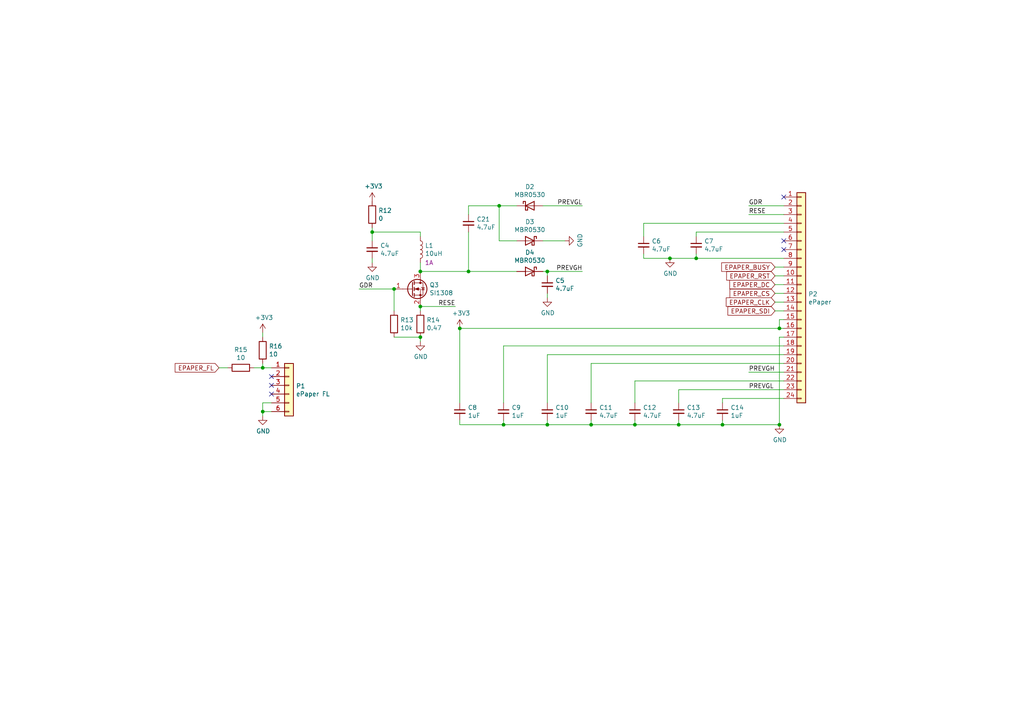
<source format=kicad_sch>
(kicad_sch (version 20230121) (generator eeschema)
  (paper "A4")
  (title_block (title "knxRoomUnit") (date "2023-08-22") (rev "r1d0") (company "MP"))
  (lib_symbols
    (symbol "Connector_Generic:Conn_01x06" (pin_names (offset 1.016) hide)
      (property "Reference" "J" (at 0 7.62 0))
      (property "Value" "Conn_01x06" (at 0 -10.16 0))
      (symbol "Conn_01x06_1_1"
        (rectangle (start -1.27 -7.493) (end 0 -7.747) (stroke (width 0.1524)))
        (rectangle (start -1.27 -4.953) (end 0 -5.207) (stroke (width 0.1524)))
        (rectangle (start -1.27 -2.413) (end 0 -2.667) (stroke (width 0.1524)))
        (rectangle (start -1.27 0.127) (end 0 -0.127) (stroke (width 0.1524)))
        (rectangle (start -1.27 2.667) (end 0 2.413) (stroke (width 0.1524)))
        (rectangle (start -1.27 5.207) (end 0 4.953) (stroke (width 0.1524)))
        (rectangle (start -1.27 6.35) (end 1.27 -8.89) (stroke (width 0.254)) (fill (type background)))
        (pin passive line (at -5.08 5.08 0) (length 3.81) (name "Pin_1") (number "1"))
        (pin passive line (at -5.08 2.54 0) (length 3.81) (name "Pin_2") (number "2"))
        (pin passive line (at -5.08 0 0) (length 3.81) (name "Pin_3") (number "3"))
        (pin passive line (at -5.08 -2.54 0) (length 3.81) (name "Pin_4") (number "4"))
        (pin passive line (at -5.08 -5.08 0) (length 3.81) (name "Pin_5") (number "5"))
        (pin passive line (at -5.08 -7.62 0) (length 3.81) (name "Pin_6") (number "6"))
      )
    )
    (symbol "Connector_Generic:Conn_01x24" (pin_names (offset 1.016) hide)
      (property "Reference" "J" (at 0 30.48 0))
      (property "Value" "Conn_01x24" (at 0 -33.02 0))
      (symbol "Conn_01x24_1_1"
        (rectangle (start -1.27 -30.353) (end 0 -30.607) (stroke (width 0.1524)))
        (rectangle (start -1.27 -27.813) (end 0 -28.067) (stroke (width 0.1524)))
        (rectangle (start -1.27 -25.273) (end 0 -25.527) (stroke (width 0.1524)))
        (rectangle (start -1.27 -22.733) (end 0 -22.987) (stroke (width 0.1524)))
        (rectangle (start -1.27 -20.193) (end 0 -20.447) (stroke (width 0.1524)))
        (rectangle (start -1.27 -17.653) (end 0 -17.907) (stroke (width 0.1524)))
        (rectangle (start -1.27 -15.113) (end 0 -15.367) (stroke (width 0.1524)))
        (rectangle (start -1.27 -12.573) (end 0 -12.827) (stroke (width 0.1524)))
        (rectangle (start -1.27 -10.033) (end 0 -10.287) (stroke (width 0.1524)))
        (rectangle (start -1.27 -7.493) (end 0 -7.747) (stroke (width 0.1524)))
        (rectangle (start -1.27 -4.953) (end 0 -5.207) (stroke (width 0.1524)))
        (rectangle (start -1.27 -2.413) (end 0 -2.667) (stroke (width 0.1524)))
        (rectangle (start -1.27 0.127) (end 0 -0.127) (stroke (width 0.1524)))
        (rectangle (start -1.27 2.667) (end 0 2.413) (stroke (width 0.1524)))
        (rectangle (start -1.27 5.207) (end 0 4.953) (stroke (width 0.1524)))
        (rectangle (start -1.27 7.747) (end 0 7.493) (stroke (width 0.1524)))
        (rectangle (start -1.27 10.287) (end 0 10.033) (stroke (width 0.1524)))
        (rectangle (start -1.27 12.827) (end 0 12.573) (stroke (width 0.1524)))
        (rectangle (start -1.27 15.367) (end 0 15.113) (stroke (width 0.1524)))
        (rectangle (start -1.27 17.907) (end 0 17.653) (stroke (width 0.1524)))
        (rectangle (start -1.27 20.447) (end 0 20.193) (stroke (width 0.1524)))
        (rectangle (start -1.27 22.987) (end 0 22.733) (stroke (width 0.1524)))
        (rectangle (start -1.27 25.527) (end 0 25.273) (stroke (width 0.1524)))
        (rectangle (start -1.27 28.067) (end 0 27.813) (stroke (width 0.1524)))
        (rectangle (start -1.27 29.21) (end 1.27 -31.75) (stroke (width 0.254)) (fill (type background)))
        (pin passive line (at -5.08 27.94 0) (length 3.81) (name "Pin_1") (number "1"))
        (pin passive line (at -5.08 5.08 0) (length 3.81) (name "Pin_10") (number "10"))
        (pin passive line (at -5.08 2.54 0) (length 3.81) (name "Pin_11") (number "11"))
        (pin passive line (at -5.08 0 0) (length 3.81) (name "Pin_12") (number "12"))
        (pin passive line (at -5.08 -2.54 0) (length 3.81) (name "Pin_13") (number "13"))
        (pin passive line (at -5.08 -5.08 0) (length 3.81) (name "Pin_14") (number "14"))
        (pin passive line (at -5.08 -7.62 0) (length 3.81) (name "Pin_15") (number "15"))
        (pin passive line (at -5.08 -10.16 0) (length 3.81) (name "Pin_16") (number "16"))
        (pin passive line (at -5.08 -12.7 0) (length 3.81) (name "Pin_17") (number "17"))
        (pin passive line (at -5.08 -15.24 0) (length 3.81) (name "Pin_18") (number "18"))
        (pin passive line (at -5.08 -17.78 0) (length 3.81) (name "Pin_19") (number "19"))
        (pin passive line (at -5.08 25.4 0) (length 3.81) (name "Pin_2") (number "2"))
        (pin passive line (at -5.08 -20.32 0) (length 3.81) (name "Pin_20") (number "20"))
        (pin passive line (at -5.08 -22.86 0) (length 3.81) (name "Pin_21") (number "21"))
        (pin passive line (at -5.08 -25.4 0) (length 3.81) (name "Pin_22") (number "22"))
        (pin passive line (at -5.08 -27.94 0) (length 3.81) (name "Pin_23") (number "23"))
        (pin passive line (at -5.08 -30.48 0) (length 3.81) (name "Pin_24") (number "24"))
        (pin passive line (at -5.08 22.86 0) (length 3.81) (name "Pin_3") (number "3"))
        (pin passive line (at -5.08 20.32 0) (length 3.81) (name "Pin_4") (number "4"))
        (pin passive line (at -5.08 17.78 0) (length 3.81) (name "Pin_5") (number "5"))
        (pin passive line (at -5.08 15.24 0) (length 3.81) (name "Pin_6") (number "6"))
        (pin passive line (at -5.08 12.7 0) (length 3.81) (name "Pin_7") (number "7"))
        (pin passive line (at -5.08 10.16 0) (length 3.81) (name "Pin_8") (number "8"))
        (pin passive line (at -5.08 7.62 0) (length 3.81) (name "Pin_9") (number "9"))
      )
    )
    (symbol "Device:C_Small" (pin_numbers hide) (pin_names (offset 0.254) hide)
      (property "Reference" "C" (at 0.254 1.778 0))
      (property "Value" "C_Small" (at 0.254 -2.032 0))
      (symbol "C_Small_0_1"
        (polyline (pts (xy -1.524 -0.508) (xy 1.524 -0.508)) (stroke (width 0.3302)))
        (polyline (pts (xy -1.524 0.508) (xy 1.524 0.508)) (stroke (width 0.3048)))
      )
      (symbol "C_Small_1_1"
        (pin passive line (at 0 2.54 270) (length 2.032) (name "~") (number "1"))
        (pin passive line (at 0 -2.54 90) (length 2.032) (name "~") (number "2"))
      )
    )
    (symbol "Device:L" (pin_numbers hide) (pin_names (offset 1.016) hide)
      (property "Reference" "L" (at -1.27 0 90))
      (property "Value" "L" (at 1.905 0 90))
      (symbol "L_0_1"
        (arc (start 0 -2.54) (mid 0.6323 -1.905) (end 0 -1.27))
        (arc (start 0 -1.27) (mid 0.6323 -0.635) (end 0 0))
        (arc (start 0 0) (mid 0.6323 0.635) (end 0 1.27))
        (arc (start 0 1.27) (mid 0.6323 1.905) (end 0 2.54))
      )
      (symbol "L_1_1"
        (pin passive line (at 0 3.81 270) (length 1.27) (name "1") (number "1"))
        (pin passive line (at 0 -3.81 90) (length 1.27) (name "2") (number "2"))
      )
    )
    (symbol "Device:Q_NMOS_GSD" (pin_names (offset 0) hide)
      (property "Reference" "Q" (at 5.08 1.27 0))
      (property "Value" "Q_NMOS_GSD" (at 5.08 -1.27 0))
      (symbol "Q_NMOS_GSD_0_1"
        (polyline (pts (xy 0.254 0) (xy -2.54 0)))
        (polyline (pts (xy 0.254 1.905) (xy 0.254 -1.905)) (stroke (width 0.254)))
        (polyline (pts (xy 0.762 -1.27) (xy 0.762 -2.286)) (stroke (width 0.254)))
        (polyline (pts (xy 0.762 0.508) (xy 0.762 -0.508)) (stroke (width 0.254)))
        (polyline (pts (xy 0.762 2.286) (xy 0.762 1.27)) (stroke (width 0.254)))
        (polyline (pts (xy 2.54 2.54) (xy 2.54 1.778)))
        (polyline (pts (xy 2.54 -2.54) (xy 2.54 0) (xy 0.762 0)))
        (polyline (pts (xy 0.762 -1.778) (xy 3.302 -1.778) (xy 3.302 1.778) (xy 0.762 1.778)))
        (polyline (pts (xy 1.016 0) (xy 2.032 0.381) (xy 2.032 -0.381) (xy 1.016 0)) (fill (type outline)))
        (polyline (pts (xy 2.794 0.508) (xy 2.921 0.381) (xy 3.683 0.381) (xy 3.81 0.254)))
        (polyline (pts (xy 3.302 0.381) (xy 2.921 -0.254) (xy 3.683 -0.254) (xy 3.302 0.381)))
        (circle (center 1.651 0) (radius 2.794) (stroke (width 0.254)))
        (circle (center 2.54 -1.778) (radius 0.254) (fill (type outline)))
        (circle (center 2.54 1.778) (radius 0.254) (fill (type outline)))
      )
      (symbol "Q_NMOS_GSD_1_1"
        (pin input line (at -5.08 0 0) (length 2.54) (name "G") (number "1"))
        (pin passive line (at 2.54 -5.08 90) (length 2.54) (name "S") (number "2"))
        (pin passive line (at 2.54 5.08 270) (length 2.54) (name "D") (number "3"))
      )
    )
    (symbol "Device:R" (pin_numbers hide) (pin_names (offset 0))
      (property "Reference" "R" (at 2.032 0 90))
      (property "Value" "R" (at 0 0 90))
      (symbol "R_0_1"
        (rectangle (start -1.016 -2.54) (end 1.016 2.54) (stroke (width 0.254)))
      )
      (symbol "R_1_1"
        (pin passive line (at 0 3.81 270) (length 1.27) (name "~") (number "1"))
        (pin passive line (at 0 -3.81 90) (length 1.27) (name "~") (number "2"))
      )
    )
    (symbol "Diode:MBR0530" (pin_numbers hide) (pin_names (offset 1.016) hide)
      (property "Reference" "D" (at 0 2.54 0))
      (property "Value" "MBR0530" (at 0 -2.54 0))
      (symbol "MBR0530_0_1"
        (polyline (pts (xy 1.27 0) (xy -1.27 0)))
        (polyline (pts (xy 1.27 1.27) (xy 1.27 -1.27) (xy -1.27 0) (xy 1.27 1.27)) (stroke (width 0.254)))
        (polyline (pts (xy -1.905 0.635) (xy -1.905 1.27) (xy -1.27 1.27) (xy -1.27 -1.27) (xy -0.635 -1.27) (xy -0.635 -0.635)) (stroke (width 0.254)))
      )
      (symbol "MBR0530_1_1"
        (pin passive line (at -3.81 0 0) (length 2.54) (name "K") (number "1"))
        (pin passive line (at 3.81 0 180) (length 2.54) (name "A") (number "2"))
      )
    )
    (symbol "power:+3V3" (power) (pin_names (offset 0))
      (property "Value" "+3V3" (at 0 3.556 0))
      (symbol "+3V3_0_1"
        (polyline (pts (xy -0.762 1.27) (xy 0 2.54)))
        (polyline (pts (xy 0 0) (xy 0 2.54)))
        (polyline (pts (xy 0 2.54) (xy 0.762 1.27)))
      )
      (symbol "+3V3_1_1"
        (pin power_in line (at 0 0 90) (length 0) hide (name "+3V3") (number "1"))
      )
    )
    (symbol "power:GND" (power) (pin_names (offset 0))
      (property "Value" "GND" (at 0 -3.81 0))
      (symbol "GND_0_1"
        (polyline (pts (xy 0 0) (xy 0 -1.27) (xy 1.27 -1.27) (xy 0 -2.54) (xy -1.27 -1.27) (xy 0 -1.27)))
      )
      (symbol "GND_1_1"
        (pin power_in line (at 0 0 270) (length 0) hide (name "GND") (number "1"))
      )
    )
  )
  (junction (at 107.95 67.31))
  (junction (at 144.78 59.69))
  (junction (at 114.3 83.82))
  (junction (at 184.15 123.19))
  (junction (at 226.06 95.25))
  (junction (at 121.92 97.79))
  (junction (at 146.05 123.19))
  (junction (at 76.2 106.68))
  (junction (at 158.75 123.19))
  (junction (at 135.89 78.74))
  (junction (at 201.93 74.93))
  (junction (at 76.2 119.38))
  (junction (at 226.06 123.19))
  (junction (at 133.35 95.25))
  (junction (at 196.85 123.19))
  (junction (at 121.92 88.9))
  (junction (at 209.55 123.19))
  (junction (at 171.45 123.19))
  (junction (at 194.31 74.93))
  (junction (at 121.92 78.74))
  (junction (at 158.75 78.74))
  (no_connect (at 78.74 114.3))
  (no_connect (at 227.33 72.39))
  (no_connect (at 227.33 57.15))
  (no_connect (at 78.74 109.22))
  (no_connect (at 78.74 111.76))
  (no_connect (at 227.33 69.85))
  (wire (pts (xy 171.45 121.92) (xy 171.45 123.19)))
  (wire (pts (xy 146.05 123.19) (xy 158.75 123.19)))
  (wire (pts (xy 132.08 88.9) (xy 121.92 88.9)))
  (wire (pts (xy 73.66 106.68) (xy 76.2 106.68)))
  (wire (pts (xy 158.75 80.01) (xy 158.75 78.74)))
  (wire (pts (xy 227.33 74.93) (xy 201.93 74.93)))
  (wire (pts (xy 135.89 67.31) (xy 135.89 78.74)))
  (wire (pts (xy 227.33 87.63) (xy 224.79 87.63)))
  (wire (pts (xy 121.92 90.17) (xy 121.92 88.9)))
  (wire (pts (xy 76.2 106.68) (xy 78.74 106.68)))
  (wire (pts (xy 217.17 59.69) (xy 227.33 59.69)))
  (wire (pts (xy 158.75 78.74) (xy 168.91 78.74)))
  (wire (pts (xy 76.2 119.38) (xy 76.2 120.65)))
  (wire (pts (xy 158.75 121.92) (xy 158.75 123.19)))
  (wire (pts (xy 209.55 123.19) (xy 226.06 123.19)))
  (wire (pts (xy 196.85 123.19) (xy 209.55 123.19)))
  (wire (pts (xy 121.92 67.31) (xy 121.92 68.58)))
  (wire (pts (xy 227.33 95.25) (xy 226.06 95.25)))
  (wire (pts (xy 224.79 77.47) (xy 227.33 77.47)))
  (wire (pts (xy 227.33 80.01) (xy 224.79 80.01)))
  (wire (pts (xy 158.75 102.87) (xy 158.75 116.84)))
  (wire (pts (xy 224.79 85.09) (xy 227.33 85.09)))
  (wire (pts (xy 201.93 67.31) (xy 201.93 68.58)))
  (wire (pts (xy 135.89 59.69) (xy 135.89 62.23)))
  (wire (pts (xy 78.74 119.38) (xy 76.2 119.38)))
  (wire (pts (xy 217.17 107.95) (xy 227.33 107.95)))
  (wire (pts (xy 227.33 110.49) (xy 184.15 110.49)))
  (wire (pts (xy 135.89 78.74) (xy 121.92 78.74)))
  (wire (pts (xy 149.86 78.74) (xy 135.89 78.74)))
  (wire (pts (xy 226.06 92.71) (xy 226.06 95.25)))
  (wire (pts (xy 171.45 105.41) (xy 171.45 116.84)))
  (wire (pts (xy 226.06 97.79) (xy 227.33 97.79)))
  (wire (pts (xy 144.78 59.69) (xy 144.78 69.85)))
  (wire (pts (xy 158.75 85.09) (xy 158.75 86.36)))
  (wire (pts (xy 201.93 73.66) (xy 201.93 74.93)))
  (wire (pts (xy 76.2 105.41) (xy 76.2 106.68)))
  (wire (pts (xy 201.93 74.93) (xy 194.31 74.93)))
  (wire (pts (xy 144.78 59.69) (xy 135.89 59.69)))
  (wire (pts (xy 227.33 102.87) (xy 158.75 102.87)))
  (wire (pts (xy 107.95 76.2) (xy 107.95 74.93)))
  (wire (pts (xy 226.06 123.19) (xy 226.06 97.79)))
  (wire (pts (xy 227.33 100.33) (xy 146.05 100.33)))
  (wire (pts (xy 201.93 67.31) (xy 227.33 67.31)))
  (wire (pts (xy 146.05 100.33) (xy 146.05 116.84)))
  (wire (pts (xy 217.17 62.23) (xy 227.33 62.23)))
  (wire (pts (xy 107.95 69.85) (xy 107.95 67.31)))
  (wire (pts (xy 171.45 123.19) (xy 184.15 123.19)))
  (wire (pts (xy 133.35 95.25) (xy 133.35 116.84)))
  (wire (pts (xy 76.2 116.84) (xy 78.74 116.84)))
  (wire (pts (xy 186.69 64.77) (xy 186.69 68.58)))
  (wire (pts (xy 227.33 92.71) (xy 226.06 92.71)))
  (wire (pts (xy 196.85 113.03) (xy 196.85 116.84)))
  (wire (pts (xy 114.3 83.82) (xy 114.3 90.17)))
  (wire (pts (xy 158.75 123.19) (xy 171.45 123.19)))
  (wire (pts (xy 226.06 95.25) (xy 133.35 95.25)))
  (wire (pts (xy 76.2 97.79) (xy 76.2 96.52)))
  (wire (pts (xy 149.86 59.69) (xy 144.78 59.69)))
  (wire (pts (xy 227.33 105.41) (xy 171.45 105.41)))
  (wire (pts (xy 184.15 110.49) (xy 184.15 116.84)))
  (wire (pts (xy 144.78 69.85) (xy 149.86 69.85)))
  (wire (pts (xy 194.31 74.93) (xy 186.69 74.93)))
  (wire (pts (xy 76.2 116.84) (xy 76.2 119.38)))
  (wire (pts (xy 224.79 90.17) (xy 227.33 90.17)))
  (wire (pts (xy 196.85 121.92) (xy 196.85 123.19)))
  (wire (pts (xy 186.69 74.93) (xy 186.69 73.66)))
  (wire (pts (xy 114.3 97.79) (xy 121.92 97.79)))
  (wire (pts (xy 157.48 59.69) (xy 168.91 59.69)))
  (wire (pts (xy 209.55 121.92) (xy 209.55 123.19)))
  (wire (pts (xy 196.85 113.03) (xy 227.33 113.03)))
  (wire (pts (xy 133.35 123.19) (xy 146.05 123.19)))
  (wire (pts (xy 146.05 121.92) (xy 146.05 123.19)))
  (wire (pts (xy 209.55 115.57) (xy 209.55 116.84)))
  (wire (pts (xy 104.14 83.82) (xy 114.3 83.82)))
  (wire (pts (xy 158.75 78.74) (xy 157.48 78.74)))
  (wire (pts (xy 107.95 67.31) (xy 121.92 67.31)))
  (wire (pts (xy 121.92 76.2) (xy 121.92 78.74)))
  (wire (pts (xy 184.15 121.92) (xy 184.15 123.19)))
  (wire (pts (xy 227.33 82.55) (xy 224.79 82.55)))
  (wire (pts (xy 186.69 64.77) (xy 227.33 64.77)))
  (wire (pts (xy 107.95 67.31) (xy 107.95 66.04)))
  (wire (pts (xy 227.33 115.57) (xy 209.55 115.57)))
  (wire (pts (xy 66.04 106.68) (xy 63.5 106.68)))
  (wire (pts (xy 184.15 123.19) (xy 196.85 123.19)))
  (wire (pts (xy 163.83 69.85) (xy 157.48 69.85)))
  (wire (pts (xy 121.92 99.06) (xy 121.92 97.79)))
  (wire (pts (xy 133.35 121.92) (xy 133.35 123.19)))
  (label "PREVGL" (at 217.17 113.03 0))
  (label "RESE" (at 132.08 88.9 180))
  (label "GDR" (at 217.17 59.69 0))
  (label "RESE" (at 217.17 62.23 0))
  (label "GDR" (at 104.14 83.82 0))
  (label "PREVGH" (at 217.17 107.95 0))
  (label "PREVGL" (at 168.91 59.69 180))
  (label "PREVGH" (at 168.91 78.74 180))
  (global_label "EPAPER_DC" (shape input) (at 224.79 82.55 180) (property "Intersheetrefs" "${INTERSHEET_REFS}" (effects hide)))
  (global_label "EPAPER_CS" (shape input) (at 224.79 85.09 180) (property "Intersheetrefs" "${INTERSHEET_REFS}" (effects hide)))
  (global_label "EPAPER_RST" (shape input) (at 224.79 80.01 180) (property "Intersheetrefs" "${INTERSHEET_REFS}" (effects hide)))
  (global_label "EPAPER_FL" (shape input) (at 63.5 106.68 180) (property "Intersheetrefs" "${INTERSHEET_REFS}" (effects hide)))
  (global_label "EPAPER_BUSY" (shape input) (at 224.79 77.47 180) (property "Intersheetrefs" "${INTERSHEET_REFS}" (effects hide)))
  (global_label "EPAPER_CLK" (shape input) (at 224.79 87.63 180) (property "Intersheetrefs" "${INTERSHEET_REFS}" (effects hide)))
  (global_label "EPAPER_SDI" (shape input) (at 224.79 90.17 180) (property "Intersheetrefs" "${INTERSHEET_REFS}" (effects hide)))
  (symbol (lib_id "Connector_Generic:Conn_01x24") (at 232.41 85.09 0) (unit 1) (in_bom no)
    (property "Reference" "P2" (at 234.442 85.2932 0) (effects (justify left)))
    (property "Value" "ePaper" (at 234.442 87.6046 0) (effects (justify left)))
    (property "Footprint" "Connector_FFC-FPC:Hirose_FH12-24S-0.5SH_1x24-1MP_P0.50mm_Horizontal" (effects hide))
  )
  (symbol (lib_id "power:+3V3") (at 76.2 96.52 0) (unit 1)
    (property "Reference" "#PWR053" (effects hide))
    (property "Value" "+3V3" (at 76.581 92.1258 0))
  )
  (symbol (lib_id "Diode:MBR0530") (at 153.67 59.69 0) (unit 1)
    (property "Reference" "D2" (at 153.67 54.1782 0))
    (property "Value" "MBR0530" (at 153.67 56.4896 0))
    (property "Footprint" "Diode_SMD:D_SOD-123" (effects hide))
    (property "Datasheet" "https://datasheet.lcsc.com/lcsc/2210191600_TWGMC-MBR0530_C5204746.pdf" (effects hide))
    (property "LCSC Part #" "C5204746" (effects hide))
    (property "Manufacturer" "TWGMC" (effects hide))
    (property "PartNumber" "MBR0530" (effects hide))
  )
  (symbol (lib_id "Diode:MBR0530") (at 153.67 69.85 0) (mirror y) (unit 1)
    (property "Reference" "D3" (at 153.67 64.3382 0))
    (property "Value" "MBR0530" (at 153.67 66.6496 0))
    (property "Footprint" "Diode_SMD:D_SOD-123" (effects hide))
    (property "Datasheet" "https://datasheet.lcsc.com/lcsc/2210191600_TWGMC-MBR0530_C5204746.pdf" (effects hide))
    (property "LCSC Part #" "C5204746" (effects hide))
    (property "Manufacturer" "TWGMC" (effects hide))
    (property "PartNumber" "MBR0530" (effects hide))
  )
  (symbol (lib_id "Diode:MBR0530") (at 153.67 78.74 0) (mirror y) (unit 1)
    (property "Reference" "D4" (at 153.67 73.2282 0))
    (property "Value" "MBR0530" (at 153.67 75.5396 0))
    (property "Footprint" "Diode_SMD:D_SOD-123" (effects hide))
    (property "Datasheet" "https://datasheet.lcsc.com/lcsc/2210191600_TWGMC-MBR0530_C5204746.pdf" (effects hide))
    (property "LCSC Part #" "C5204746" (effects hide))
    (property "Manufacturer" "TWGMC" (effects hide))
    (property "PartNumber" "MBR0530" (effects hide))
  )
  (symbol (lib_id "Device:R") (at 114.3 93.98 0) (unit 1)
    (property "Reference" "R13" (at 116.078 92.8116 0) (effects (justify left)))
    (property "Value" "10k" (at 116.078 95.123 0) (effects (justify left)))
    (property "Footprint" "Resistor_SMD:R_0603_1608Metric" (effects hide))
    (property "Datasheet" "https://datasheet.lcsc.com/lcsc/2206010045_UNI-ROYAL-Uniroyal-Elec-0603WAF1002T5E_C25804.pdf" (effects hide))
    (property "LCSC Part #" "C25804" (effects hide))
    (property "Manufacturer" "UNI-ROYAL(Uniroyal Elec)" (effects hide))
    (property "PartNumber" "0603WAF1002T5E" (effects hide))
  )
  (symbol (lib_id "Device:R") (at 121.92 93.98 0) (unit 1)
    (property "Reference" "R14" (at 123.698 92.8116 0) (effects (justify left)))
    (property "Value" "0.47" (at 123.698 95.123 0) (effects (justify left)))
    (property "Footprint" "Resistor_SMD:R_0603_1608Metric" (effects hide))
  )
  (symbol (lib_id "Device:L") (at 121.92 72.39 0) (unit 1) (in_bom no)
    (property "Reference" "L1" (at 123.2662 71.2216 0) (effects (justify left)))
    (property "Value" "10uH" (at 123.2662 73.533 0) (effects (justify left)))
    (property "Footprint" "Inductor_SMD:L_Wuerth_MAPI-3020" (effects hide))
    (property "Datasheet" "https://www.coilcraft.com/getmedia/f76a3c9b-4fff-4397-8028-ef8e043eb200/xfl3012.pdf" (effects hide))
    (property "Voltage" "1A" (at 124.46 76.2 0))
    (property "Manufacturer" "Coilcraft" (effects hide))
    (property "PartNumber" "XFL3012-103MEC" (effects hide))
  )
  (symbol (lib_id "Device:C_Small") (at 186.69 71.12 0) (unit 1)
    (property "Reference" "C6" (at 189.0268 69.9516 0) (effects (justify left)))
    (property "Value" "4.7uF" (at 189.0268 72.263 0) (effects (justify left)))
    (property "Footprint" "Capacitor_SMD:C_0603_1608Metric" (effects hide))
    (property "Datasheet" "https://datasheet.lcsc.com/lcsc/1810261514_Samsung-Electro-Mechanics-CL10A475KO8NNNC_C19666.pdf" (effects hide))
    (property "Voltage" "16V" (effects hide))
    (property "LCSC Part #" "C19666" (effects hide))
    (property "Manufacturer" "Samsung Electro-Mechanics" (effects hide))
    (property "PartNumber" "CL10A475KO8NNNC" (effects hide))
  )
  (symbol (lib_id "Device:C_Small") (at 201.93 71.12 0) (unit 1)
    (property "Reference" "C7" (at 204.2668 69.9516 0) (effects (justify left)))
    (property "Value" "4.7uF" (at 204.2668 72.263 0) (effects (justify left)))
    (property "Footprint" "Capacitor_SMD:C_0603_1608Metric" (effects hide))
    (property "Datasheet" "https://datasheet.lcsc.com/lcsc/1810261514_Samsung-Electro-Mechanics-CL10A475KO8NNNC_C19666.pdf" (effects hide))
    (property "Voltage" "16V" (effects hide))
    (property "LCSC Part #" "C19666" (effects hide))
    (property "Manufacturer" "Samsung Electro-Mechanics" (effects hide))
    (property "PartNumber" "CL10A475KO8NNNC" (effects hide))
  )
  (symbol (lib_id "power:GND") (at 194.31 74.93 0) (unit 1)
    (property "Reference" "#PWR061" (effects hide))
    (property "Value" "GND" (at 194.437 79.3242 0))
  )
  (symbol (lib_id "Device:C_Small") (at 133.35 119.38 0) (unit 1)
    (property "Reference" "C8" (at 135.6868 118.2116 0) (effects (justify left)))
    (property "Value" "1uF" (at 135.6868 120.523 0) (effects (justify left)))
    (property "Footprint" "Capacitor_SMD:C_0603_1608Metric" (effects hide))
    (property "Datasheet" "https://datasheet.lcsc.com/lcsc/1810261812_Samsung-Electro-Mechanics-CL10A105KB8NNNC_C15849.pdf" (effects hide))
    (property "Voltage" "50V" (effects hide))
    (property "LCSC Part #" "C15849" (effects hide))
    (property "Manufacturer" "Samsung Electro-Mechanics" (effects hide))
    (property "PartNumber" "CL10A105KB8NNNC" (effects hide))
  )
  (symbol (lib_id "Device:C_Small") (at 146.05 119.38 0) (unit 1)
    (property "Reference" "C9" (at 148.3868 118.2116 0) (effects (justify left)))
    (property "Value" "1uF" (at 148.3868 120.523 0) (effects (justify left)))
    (property "Footprint" "Capacitor_SMD:C_0603_1608Metric" (effects hide))
    (property "Datasheet" "https://datasheet.lcsc.com/lcsc/1810261812_Samsung-Electro-Mechanics-CL10A105KB8NNNC_C15849.pdf" (effects hide))
    (property "Voltage" "50V" (effects hide))
    (property "LCSC Part #" "C15849" (effects hide))
    (property "Manufacturer" "Samsung Electro-Mechanics" (effects hide))
    (property "PartNumber" "CL10A105KB8NNNC" (effects hide))
  )
  (symbol (lib_id "Device:C_Small") (at 158.75 119.38 0) (unit 1)
    (property "Reference" "C10" (at 161.0868 118.2116 0) (effects (justify left)))
    (property "Value" "1uF" (at 161.0868 120.523 0) (effects (justify left)))
    (property "Footprint" "Capacitor_SMD:C_0603_1608Metric" (effects hide))
    (property "Datasheet" "https://datasheet.lcsc.com/lcsc/1810261812_Samsung-Electro-Mechanics-CL10A105KB8NNNC_C15849.pdf" (effects hide))
    (property "Voltage" "50V" (effects hide))
    (property "LCSC Part #" "C15849" (effects hide))
    (property "Manufacturer" "Samsung Electro-Mechanics" (effects hide))
    (property "PartNumber" "CL10A105KB8NNNC" (effects hide))
  )
  (symbol (lib_id "Device:C_Small") (at 171.45 119.38 0) (unit 1)
    (property "Reference" "C11" (at 173.7868 118.2116 0) (effects (justify left)))
    (property "Value" "4.7uF" (at 173.7868 120.523 0) (effects (justify left)))
    (property "Footprint" "Capacitor_SMD:C_0603_1608Metric" (effects hide))
    (property "Datasheet" "https://datasheet.lcsc.com/lcsc/1810261514_Samsung-Electro-Mechanics-CL10A475KO8NNNC_C19666.pdf" (effects hide))
    (property "Voltage" "16V" (effects hide))
    (property "LCSC Part #" "C19666" (effects hide))
    (property "Manufacturer" "Samsung Electro-Mechanics" (effects hide))
    (property "PartNumber" "CL10A475KO8NNNC" (effects hide))
  )
  (symbol (lib_id "Device:C_Small") (at 184.15 119.38 0) (unit 1)
    (property "Reference" "C12" (at 186.4868 118.2116 0) (effects (justify left)))
    (property "Value" "4.7uF" (at 186.4868 120.523 0) (effects (justify left)))
    (property "Footprint" "Capacitor_SMD:C_0603_1608Metric" (effects hide))
    (property "Datasheet" "https://datasheet.lcsc.com/lcsc/1810261514_Samsung-Electro-Mechanics-CL10A475KO8NNNC_C19666.pdf" (effects hide))
    (property "Voltage" "16V" (effects hide))
    (property "LCSC Part #" "C19666" (effects hide))
    (property "Manufacturer" "Samsung Electro-Mechanics" (effects hide))
    (property "PartNumber" "CL10A475KO8NNNC" (effects hide))
  )
  (symbol (lib_id "Device:C_Small") (at 196.85 119.38 0) (unit 1)
    (property "Reference" "C13" (at 199.1868 118.2116 0) (effects (justify left)))
    (property "Value" "4.7uF" (at 199.1868 120.523 0) (effects (justify left)))
    (property "Footprint" "Capacitor_SMD:C_0603_1608Metric" (effects hide))
    (property "Datasheet" "https://datasheet.lcsc.com/lcsc/1810261514_Samsung-Electro-Mechanics-CL10A475KO8NNNC_C19666.pdf" (effects hide))
    (property "Voltage" "16V" (effects hide))
    (property "LCSC Part #" "C19666" (effects hide))
    (property "Manufacturer" "Samsung Electro-Mechanics" (effects hide))
    (property "PartNumber" "CL10A475KO8NNNC" (effects hide))
  )
  (symbol (lib_id "Device:C_Small") (at 209.55 119.38 0) (unit 1)
    (property "Reference" "C14" (at 211.8868 118.2116 0) (effects (justify left)))
    (property "Value" "1uF" (at 211.8868 120.523 0) (effects (justify left)))
    (property "Footprint" "Capacitor_SMD:C_0603_1608Metric" (effects hide))
    (property "Datasheet" "https://datasheet.lcsc.com/lcsc/1810261812_Samsung-Electro-Mechanics-CL10A105KB8NNNC_C15849.pdf" (effects hide))
    (property "Voltage" "50V" (effects hide))
    (property "LCSC Part #" "C15849" (effects hide))
    (property "Manufacturer" "Samsung Electro-Mechanics" (effects hide))
    (property "PartNumber" "CL10A105KB8NNNC" (effects hide))
  )
  (symbol (lib_id "power:GND") (at 226.06 123.19 0) (unit 1)
    (property "Reference" "#PWR062" (effects hide))
    (property "Value" "GND" (at 226.187 127.5842 0))
  )
  (symbol (lib_id "power:+3V3") (at 133.35 95.25 0) (unit 1)
    (property "Reference" "#PWR058" (effects hide))
    (property "Value" "+3V3" (at 133.731 90.8558 0))
  )
  (symbol (lib_id "Device:C_Small") (at 135.89 64.77 0) (mirror y) (unit 1)
    (property "Reference" "C21" (at 138.2268 63.6016 0) (effects (justify right)))
    (property "Value" "4.7uF" (at 138.2268 65.913 0) (effects (justify right)))
    (property "Footprint" "Capacitor_SMD:C_0603_1608Metric" (effects hide))
    (property "Datasheet" "https://datasheet.lcsc.com/lcsc/1810261514_Samsung-Electro-Mechanics-CL10A475KO8NNNC_C19666.pdf" (effects hide))
    (property "Voltage" "16V" (effects hide))
    (property "LCSC Part #" "C19666" (effects hide))
    (property "Manufacturer" "Samsung Electro-Mechanics" (effects hide))
    (property "PartNumber" "CL10A475KO8NNNC" (effects hide))
  )
  (symbol (lib_id "Device:C_Small") (at 107.95 72.39 0) (unit 1)
    (property "Reference" "C4" (at 110.2868 71.2216 0) (effects (justify left)))
    (property "Value" "4.7uF" (at 110.2868 73.533 0) (effects (justify left)))
    (property "Footprint" "Capacitor_SMD:C_0603_1608Metric" (effects hide))
    (property "Datasheet" "https://datasheet.lcsc.com/lcsc/1810261514_Samsung-Electro-Mechanics-CL10A475KO8NNNC_C19666.pdf" (effects hide))
    (property "Voltage" "16V" (effects hide))
    (property "LCSC Part #" "C19666" (effects hide))
    (property "Manufacturer" "Samsung Electro-Mechanics" (effects hide))
    (property "PartNumber" "CL10A475KO8NNNC" (effects hide))
  )
  (symbol (lib_id "Device:C_Small") (at 158.75 82.55 0) (unit 1)
    (property "Reference" "C5" (at 161.0868 81.3816 0) (effects (justify left)))
    (property "Value" "4.7uF" (at 161.0868 83.693 0) (effects (justify left)))
    (property "Footprint" "Capacitor_SMD:C_0603_1608Metric" (effects hide))
    (property "Datasheet" "https://datasheet.lcsc.com/lcsc/1810261514_Samsung-Electro-Mechanics-CL10A475KO8NNNC_C19666.pdf" (effects hide))
    (property "Voltage" "16V" (effects hide))
    (property "LCSC Part #" "C19666" (effects hide))
    (property "Manufacturer" "Samsung Electro-Mechanics" (effects hide))
    (property "PartNumber" "CL10A475KO8NNNC" (effects hide))
  )
  (symbol (lib_id "power:GND") (at 158.75 86.36 0) (unit 1)
    (property "Reference" "#PWR059" (effects hide))
    (property "Value" "GND" (at 158.877 90.7542 0))
  )
  (symbol (lib_id "power:GND") (at 163.83 69.85 90) (unit 1)
    (property "Reference" "#PWR060" (effects hide))
    (property "Value" "GND" (at 168.2242 69.723 0))
  )
  (symbol (lib_id "power:GND") (at 121.92 99.06 0) (unit 1)
    (property "Reference" "#PWR057" (effects hide))
    (property "Value" "GND" (at 122.047 103.4542 0))
  )
  (symbol (lib_id "Device:Q_NMOS_GSD") (at 119.38 83.82 0) (unit 1)
    (property "Reference" "Q3" (at 124.5616 82.6516 0) (effects (justify left)))
    (property "Value" "SI1308" (at 124.5616 84.963 0) (effects (justify left)))
    (property "Footprint" "Package_TO_SOT_SMD:SOT-323_SC-70" (effects hide))
    (property "Datasheet" "https://datasheet.lcsc.com/lcsc/1912202016_Vishay-Intertech-SI1308EDL-T1-GE3_C469327.pdf" (effects hide))
    (property "LCSC Part #" "C469327" (effects hide))
    (property "Manufacturer" "Vishay Intertech" (effects hide))
    (property "PartNumber" "SI1308EDL-T1-GE3" (effects hide))
  )
  (symbol (lib_id "power:GND") (at 107.95 76.2 0) (unit 1)
    (property "Reference" "#PWR056" (effects hide))
    (property "Value" "GND" (at 108.077 80.5942 0))
  )
  (symbol (lib_id "power:+3V3") (at 107.95 58.42 0) (unit 1)
    (property "Reference" "#PWR055" (effects hide))
    (property "Value" "+3V3" (at 108.331 54.0258 0))
  )
  (symbol (lib_id "Device:R") (at 69.85 106.68 90) (unit 1)
    (property "Reference" "R15" (at 69.85 101.4222 90))
    (property "Value" "10" (at 69.85 103.7336 90))
    (property "Footprint" "Resistor_SMD:R_0805_2012Metric" (effects hide))
    (property "Datasheet" "https://datasheet.lcsc.com/lcsc/2206010216_UNI-ROYAL-Uniroyal-Elec-0805W8F100JT5E_C17415.pdf" (effects hide))
    (property "LCSC Part #" "C17415" (effects hide))
    (property "Manufacturer" "UNI-ROYAL(Uniroyal Elec)" (effects hide))
    (property "PartNumber" "0805W8F100JT5E" (effects hide))
  )
  (symbol (lib_id "power:GND") (at 76.2 120.65 0) (unit 1)
    (property "Reference" "#PWR054" (effects hide))
    (property "Value" "GND" (at 76.327 125.0442 0))
  )
  (symbol (lib_id "Connector_Generic:Conn_01x06") (at 83.82 111.76 0) (unit 1) (in_bom no)
    (property "Reference" "P1" (at 85.852 111.9632 0) (effects (justify left)))
    (property "Value" "ePaper FL" (at 85.852 114.2746 0) (effects (justify left)))
    (property "Footprint" "Connector_FFC-FPC:Hirose_FH12-6S-0.5SH_1x06-1MP_P0.50mm_Horizontal" (effects hide))
  )
  (symbol (lib_id "Device:R") (at 76.2 101.6 0) (unit 1) (in_bom no)
    (property "Reference" "R16" (at 77.978 100.4316 0) (effects (justify left)))
    (property "Value" "10" (at 77.978 102.743 0) (effects (justify left)))
    (property "Footprint" "Resistor_SMD:R_0805_2012Metric" (effects hide))
    (property "Datasheet" "https://datasheet.lcsc.com/lcsc/2205311900_UNI-ROYAL-Uniroyal-Elec-0805W8J0100T5E_C25278.pdf" (effects hide))
    (property "LCSC Part #" "C25278" (effects hide))
    (property "Manufacturer" "UNI-ROYAL(Uniroyal Elec)" (effects hide))
    (property "PartNumber" "0805W8J0100T5E" (effects hide))
  )
  (symbol (lib_id "Device:R") (at 107.95 62.23 0) (unit 1)
    (property "Reference" "R12" (at 109.728 61.0616 0) (effects (justify left)))
    (property "Value" "0" (at 109.728 63.373 0) (effects (justify left)))
    (property "Footprint" "Resistor_SMD:R_0805_2012Metric" (effects hide))
    (property "Datasheet" "https://datasheet.lcsc.com/lcsc/2206010216_UNI-ROYAL-Uniroyal-Elec-0805W8F0000T5E_C17477.pdf" (effects hide))
    (property "LCSC Part #" "C17477" (effects hide))
    (property "Manufacturer" "UNI-ROYAL(Uniroyal Elec)" (effects hide))
    (property "PartNumber" "0805W8F0000T5E" (effects hide))
  )
)
</source>
